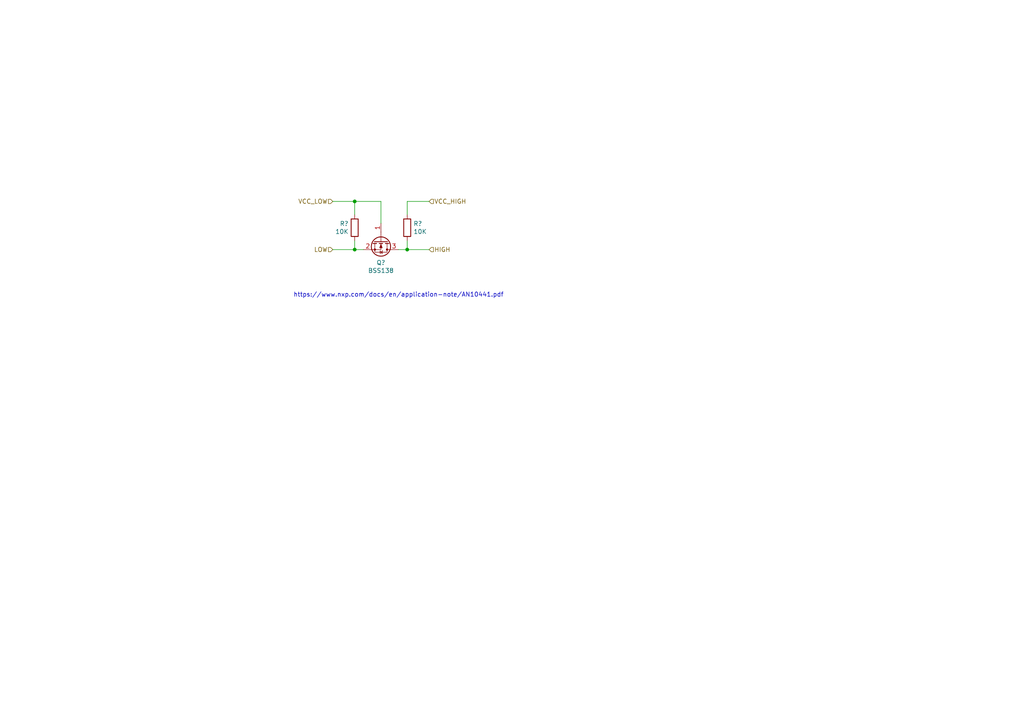
<source format=kicad_sch>
(kicad_sch (version 20211123) (generator eeschema)
  (paper "A4")
  (lib_symbols
    (symbol "Device:R" (pin_numbers hide) (pin_names (offset 0))
      (property "Reference" "R" (at 2.032 0 90))
      (property "Value" "R" (at 0 0 90))
      (symbol "R_0_1"
        (rectangle (start -1.016 -2.54) (end 1.016 2.54) (stroke (width 0.254)))
      )
      (symbol "R_1_1"
        (pin passive line (at 0 3.81 270) (length 1.27) (name "~") (number "1"))
        (pin passive line (at 0 -3.81 90) (length 1.27) (name "~") (number "2"))
      )
    )
    (symbol "Transistor_FET:BSS138" (pin_names hide)
      (property "Reference" "Q" (at 5.08 1.905 0))
      (property "Value" "BSS138" (at 5.08 0 0))
      (symbol "BSS138_0_1"
        (polyline (pts (xy 0.254 0) (xy -2.54 0)))
        (polyline (pts (xy 0.254 1.905) (xy 0.254 -1.905)) (stroke (width 0.254)))
        (polyline (pts (xy 0.762 -1.27) (xy 0.762 -2.286)) (stroke (width 0.254)))
        (polyline (pts (xy 0.762 0.508) (xy 0.762 -0.508)) (stroke (width 0.254)))
        (polyline (pts (xy 0.762 2.286) (xy 0.762 1.27)) (stroke (width 0.254)))
        (polyline (pts (xy 2.54 2.54) (xy 2.54 1.778)))
        (polyline (pts (xy 2.54 -2.54) (xy 2.54 0) (xy 0.762 0)))
        (polyline (pts (xy 0.762 -1.778) (xy 3.302 -1.778) (xy 3.302 1.778) (xy 0.762 1.778)))
        (polyline (pts (xy 1.016 0) (xy 2.032 0.381) (xy 2.032 -0.381) (xy 1.016 0)) (fill (type outline)))
        (polyline (pts (xy 2.794 0.508) (xy 2.921 0.381) (xy 3.683 0.381) (xy 3.81 0.254)))
        (polyline (pts (xy 3.302 0.381) (xy 2.921 -0.254) (xy 3.683 -0.254) (xy 3.302 0.381)))
        (circle (center 1.651 0) (radius 2.794) (stroke (width 0.254)))
        (circle (center 2.54 -1.778) (radius 0.254) (fill (type outline)))
        (circle (center 2.54 1.778) (radius 0.254) (fill (type outline)))
      )
      (symbol "BSS138_1_1"
        (pin input line (at -5.08 0 0) (length 2.54) (name "G") (number "1"))
        (pin passive line (at 2.54 -5.08 90) (length 2.54) (name "S") (number "2"))
        (pin passive line (at 2.54 5.08 270) (length 2.54) (name "D") (number "3"))
      )
    )
  )
  (junction (at 118.11 72.39))
  (junction (at 102.87 72.39))
  (junction (at 102.87 58.42))
  (wire (pts (xy 102.87 69.85) (xy 102.87 72.39)))
  (wire (pts (xy 124.46 58.42) (xy 118.11 58.42)))
  (wire (pts (xy 110.49 58.42) (xy 110.49 64.77)))
  (wire (pts (xy 118.11 72.39) (xy 115.57 72.39)))
  (wire (pts (xy 102.87 62.23) (xy 102.87 58.42)))
  (wire (pts (xy 96.52 58.42) (xy 102.87 58.42)))
  (wire (pts (xy 96.52 72.39) (xy 102.87 72.39)))
  (wire (pts (xy 102.87 72.39) (xy 105.41 72.39)))
  (wire (pts (xy 118.11 58.42) (xy 118.11 62.23)))
  (wire (pts (xy 102.87 58.42) (xy 110.49 58.42)))
  (wire (pts (xy 124.46 72.39) (xy 118.11 72.39)))
  (wire (pts (xy 118.11 69.85) (xy 118.11 72.39)))
  (text "https://www.nxp.com/docs/en/application-note/AN10441.pdf" (at 85.09 86.36 0) (effects (font (size 1.27 1.27)) (justify left bottom)))
  (hierarchical_label "VCC_HIGH" (shape input) (at 124.46 58.42 0))
  (hierarchical_label "LOW" (shape input) (at 96.52 72.39 180))
  (hierarchical_label "HIGH" (shape input) (at 124.46 72.39 0))
  (hierarchical_label "VCC_LOW" (shape input) (at 96.52 58.42 180))
  (symbol (lib_id "Transistor_FET:BSS138") (at 110.49 69.85 270) (unit 1)
    (property "Reference" "Q?" (at 110.49 76.1746 90))
    (property "Value" "BSS138" (at 110.49 78.486 90))
    (property "Footprint" "Package_TO_SOT_SMD:SOT-23" (effects hide))
    (property "Datasheet" "https://www.fairchildsemi.com/datasheets/BS/BSS138.pdf" (effects hide))
  )
  (symbol (lib_id "Device:R") (at 102.87 66.04 0) (mirror x) (unit 1)
    (property "Reference" "R?" (at 101.1174 64.8716 0) (effects (justify right)))
    (property "Value" "10K" (at 101.1174 67.183 0) (effects (justify right)))
  )
  (symbol (lib_id "Device:R") (at 118.11 66.04 0) (unit 1)
    (property "Reference" "R?" (at 119.888 64.8716 0) (effects (justify left)))
    (property "Value" "10K" (at 119.888 67.183 0) (effects (justify left)))
  )
)
</source>
